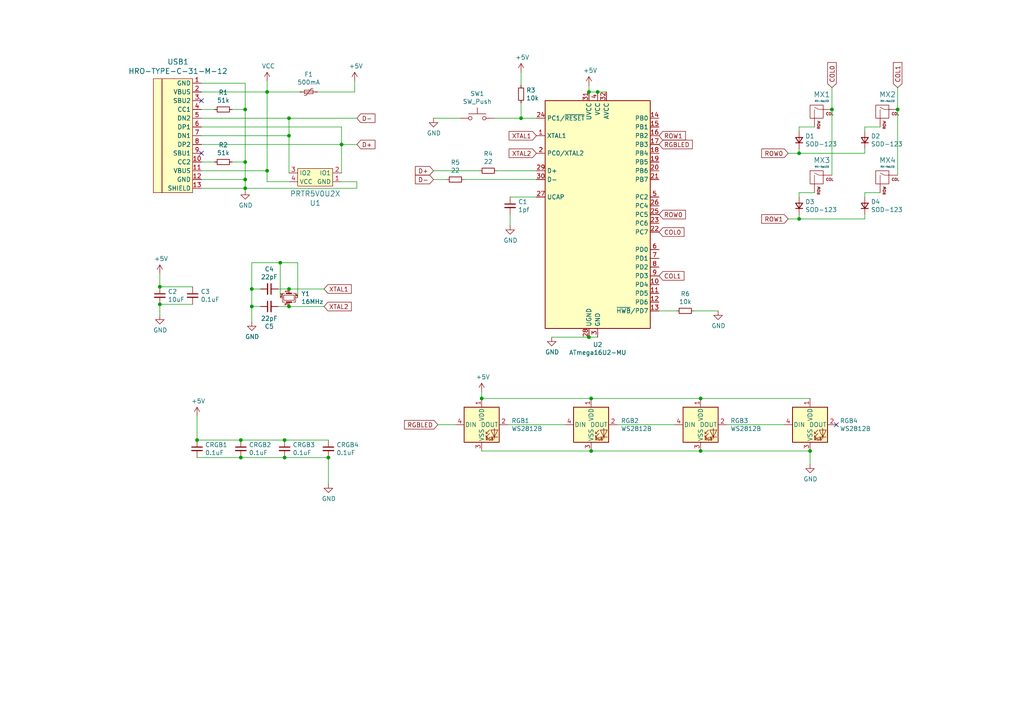
<source format=kicad_sch>
(kicad_sch (version 20200512) (host eeschema "(5.99.0-1822-g1792479ca)")
  (page 1 1)
  (paper "A4")
  (title_block (title "Pico04") (date "2020-06-21") (rev "v1") (comment 1 "License Information: https://opensource.org/licenses/MIT") (comment 2 "License: MIT") (comment 3 "Author: Humphrey Kwok") (comment 4 "A 4% RGB hotsawppable cherry-mx keypad"))
  (lib_symbols
    (symbol "Device:C_Small" (pin_numbers hide) (pin_names (offset 0.254) hide)
      (property "Reference" "C" (at 0.254 1.778 0))
      (property "Value" "C_Small" (at 0.254 -2.032 0))
      (symbol "C_Small_0_1"
        (polyline (pts (xy -1.524 -0.508) (xy 1.524 -0.508)) (stroke (width 0.3302)))
        (polyline (pts (xy -1.524 0.508) (xy 1.524 0.508)) (stroke (width 0.3048)))
      )
      (symbol "C_Small_1_1"
        (pin passive line (at 0 2.54 270) (length 2.032) (name "~") (number "1"))
        (pin passive line (at 0 -2.54 90) (length 2.032) (name "~") (number "2"))
      )
    )
    (symbol "Device:C_Small_1" (pin_numbers hide) (pin_names (offset 0.254) hide)
      (property "Reference" "C" (at 0.254 1.778 0))
      (property "Value" "C_Small" (at 0.254 -2.032 0))
      (symbol "C_Small_1_0_1"
        (polyline (pts (xy -1.524 -0.508) (xy 1.524 -0.508)) (stroke (width 0.3302)))
        (polyline (pts (xy -1.524 0.508) (xy 1.524 0.508)) (stroke (width 0.3048)))
      )
      (symbol "C_Small_1_1_1"
        (pin passive line (at 0 2.54 270) (length 2.032) (name "~") (number "1"))
        (pin passive line (at 0 -2.54 90) (length 2.032) (name "~") (number "2"))
      )
    )
    (symbol "Device:Crystal_GND24_Small" (pin_names hide)
      (property "Reference" "Y" (at 1.27 4.445 0))
      (property "Value" "Crystal_GND24_Small" (at 1.27 2.54 0))
      (symbol "Crystal_GND24_Small_0_1"
        (rectangle (start -0.762 -1.524) (end 0.762 1.524))
        (polyline (pts (xy -1.27 -0.762) (xy -1.27 0.762)) (stroke (width 0.381)))
        (polyline (pts (xy 1.27 -0.762) (xy 1.27 0.762)) (stroke (width 0.381)))
        (polyline (pts (xy -1.27 -1.27) (xy -1.27 -1.905) (xy 1.27 -1.905) (xy 1.27 -1.27)))
        (polyline (pts (xy -1.27 1.27) (xy -1.27 1.905) (xy 1.27 1.905) (xy 1.27 1.27)))
      )
      (symbol "Crystal_GND24_Small_1_1"
        (pin passive line (at -2.54 0 0) (length 1.27) (name "1") (number "1"))
        (pin passive line (at 0 -2.54 90) (length 0.635) (name "2") (number "2"))
        (pin passive line (at 2.54 0 180) (length 1.27) (name "3") (number "3"))
        (pin passive line (at 0 2.54 270) (length 0.635) (name "4") (number "4"))
      )
    )
    (symbol "Device:D_Small" (pin_numbers hide) (pin_names (offset 0.254) hide)
      (property "Reference" "D" (at -1.27 2.032 0))
      (property "Value" "D_Small" (at -3.81 -2.032 0))
      (symbol "D_Small_0_1"
        (polyline (pts (xy -0.762 -1.016) (xy -0.762 1.016)) (stroke (width 0.254)))
        (polyline (pts (xy -0.762 0) (xy 0.762 0)))
        (polyline (pts (xy 0.762 -1.016) (xy -0.762 0) (xy 0.762 1.016) (xy 0.762 -1.016)) (stroke (width 0.254)))
      )
      (symbol "D_Small_1_1"
        (pin passive line (at -2.54 0 0) (length 1.778) (name "K") (number "1"))
        (pin passive line (at 2.54 0 180) (length 1.778) (name "A") (number "2"))
      )
    )
    (symbol "Device:Polyfuse_Small" (pin_numbers hide) (pin_names (offset 0))
      (property "Reference" "F" (at -1.905 0 90))
      (property "Value" "Polyfuse_Small" (at 1.905 0 90))
      (symbol "Polyfuse_Small_0_1"
        (rectangle (start -0.508 1.27) (end 0.508 -1.27))
        (polyline (pts (xy 0 2.54) (xy 0 -2.54)))
        (polyline (pts (xy -1.016 1.27) (xy -1.016 0.762) (xy 1.016 -0.762) (xy 1.016 -1.27)))
      )
      (symbol "Polyfuse_Small_1_1"
        (pin passive line (at 0 2.54 270) (length 0.635) (name "~") (number "1"))
        (pin passive line (at 0 -2.54 90) (length 0.635) (name "~") (number "2"))
      )
    )
    (symbol "Device:R_Small" (pin_numbers hide) (pin_names (offset 0.254) hide)
      (property "Reference" "R" (at 0.762 0.508 0))
      (property "Value" "R_Small" (at 0.762 -1.016 0))
      (symbol "R_Small_0_1"
        (rectangle (start -0.762 1.778) (end 0.762 -1.778) (stroke (width 0.2032)))
      )
      (symbol "R_Small_1_1"
        (pin passive line (at 0 2.54 270) (length 0.762) (name "~") (number "1"))
        (pin passive line (at 0 -2.54 90) (length 0.762) (name "~") (number "2"))
      )
    )
    (symbol "LED:WS2812B" (pin_names (offset 0.254))
      (property "Reference" "D" (at 5.08 5.715 0))
      (property "Value" "WS2812B" (at 1.27 -5.715 0))
      (symbol "WS2812B_0_0"
        (text "RGB" (at 2.286 -4.191 0) (effects (font (size 0.762 0.762))))
      )
      (symbol "WS2812B_0_1"
        (rectangle (start 5.08 5.08) (end -5.08 -5.08) (stroke (width 0.254)) (fill (type background)))
        (polyline (pts (xy 1.27 -3.556) (xy 1.778 -3.556)))
        (polyline (pts (xy 1.27 -2.54) (xy 1.778 -2.54)))
        (polyline (pts (xy 4.699 -3.556) (xy 2.667 -3.556)))
        (polyline (pts (xy 2.286 -2.54) (xy 1.27 -3.556) (xy 1.27 -3.048)))
        (polyline (pts (xy 2.286 -1.524) (xy 1.27 -2.54) (xy 1.27 -2.032)))
        (polyline (pts (xy 3.683 -1.016) (xy 3.683 -3.556) (xy 3.683 -4.064)))
        (polyline (pts (xy 4.699 -1.524) (xy 2.667 -1.524) (xy 3.683 -3.556) (xy 4.699 -1.524)))
      )
      (symbol "WS2812B_1_1"
        (pin power_in line (at 0 7.62 270) (length 2.54) (name "VDD") (number "1"))
        (pin output line (at 7.62 0 180) (length 2.54) (name "DOUT") (number "2"))
        (pin power_in line (at 0 -7.62 90) (length 2.54) (name "VSS") (number "3"))
        (pin input line (at -7.62 0 0) (length 2.54) (name "DIN") (number "4"))
      )
    )
    (symbol "MCU_Microchip_ATmega:ATmega16U2-MU" (pin_names (offset 0.508))
      (property "Reference" "U" (at -15.24 34.29 0))
      (property "Value" "ATmega16U2-MU" (at 2.54 -34.29 0))
      (symbol "ATmega16U2-MU_0_1"
        (rectangle (start -15.24 -33.02) (end 15.24 33.02) (stroke (width 0.254)) (fill (type background)))
      )
      (symbol "ATmega16U2-MU_1_1"
        (pin input line (at -17.78 22.86 0) (length 2.54) (name "XTAL1") (number "1"))
        (pin bidirectional line (at 17.78 -20.32 180) (length 2.54) (name "PD4") (number "10"))
        (pin bidirectional line (at 17.78 -22.86 180) (length 2.54) (name "PD5") (number "11"))
        (pin bidirectional line (at 17.78 -25.4 180) (length 2.54) (name "PD6") (number "12"))
        (pin bidirectional line (at 17.78 -27.94 180) (length 2.54) (name "~HWB~/PD7") (number "13"))
        (pin bidirectional line (at 17.78 27.94 180) (length 2.54) (name "PB0") (number "14"))
        (pin bidirectional line (at 17.78 25.4 180) (length 2.54) (name "PB1") (number "15"))
        (pin bidirectional line (at 17.78 22.86 180) (length 2.54) (name "PB2") (number "16"))
        (pin bidirectional line (at 17.78 20.32 180) (length 2.54) (name "PB3") (number "17"))
        (pin bidirectional line (at 17.78 17.78 180) (length 2.54) (name "PB4") (number "18"))
        (pin bidirectional line (at 17.78 15.24 180) (length 2.54) (name "PB5") (number "19"))
        (pin bidirectional line (at -17.78 17.78 0) (length 2.54) (name "PC0/XTAL2") (number "2"))
        (pin bidirectional line (at 17.78 12.7 180) (length 2.54) (name "PB6") (number "20"))
        (pin bidirectional line (at 17.78 10.16 180) (length 2.54) (name "PB7") (number "21"))
        (pin bidirectional line (at 17.78 -5.08 180) (length 2.54) (name "PC7") (number "22"))
        (pin bidirectional line (at 17.78 -2.54 180) (length 2.54) (name "PC6") (number "23"))
        (pin bidirectional line (at -17.78 27.94 0) (length 2.54) (name "PC1/~RESET") (number "24"))
        (pin bidirectional line (at 17.78 0 180) (length 2.54) (name "PC5") (number "25"))
        (pin bidirectional line (at 17.78 2.54 180) (length 2.54) (name "PC4") (number "26"))
        (pin passive line (at -17.78 5.08 0) (length 2.54) (name "UCAP") (number "27"))
        (pin power_in line (at -2.54 -35.56 90) (length 2.54) (name "UGND") (number "28"))
        (pin bidirectional line (at -17.78 12.7 0) (length 2.54) (name "D+") (number "29"))
        (pin power_in line (at 0 -35.56 90) (length 2.54) (name "GND") (number "3"))
        (pin bidirectional line (at -17.78 10.16 0) (length 2.54) (name "D-") (number "30"))
        (pin power_in line (at -2.54 35.56 270) (length 2.54) (name "UVCC") (number "31"))
        (pin power_in line (at 2.54 35.56 270) (length 2.54) (name "AVCC") (number "32"))
        (pin passive line (at 0 -35.56 90) (length 2.54) hide (name "GND") (number "33"))
        (pin power_in line (at 0 35.56 270) (length 2.54) (name "VCC") (number "4"))
        (pin bidirectional line (at 17.78 5.08 180) (length 2.54) (name "PC2") (number "5"))
        (pin bidirectional line (at 17.78 -10.16 180) (length 2.54) (name "PD0") (number "6"))
        (pin bidirectional line (at 17.78 -12.7 180) (length 2.54) (name "PD1") (number "7"))
        (pin bidirectional line (at 17.78 -15.24 180) (length 2.54) (name "PD2") (number "8"))
        (pin bidirectional line (at 17.78 -17.78 180) (length 2.54) (name "PD3") (number "9"))
      )
    )
    (symbol "MX_Alps_Hybrid:MX-NoLED"
      (property "Reference" "MX" (at -0.635 3.81 0))
      (property "Value" "MX-NoLED" (at -0.635 1.27 0))
      (symbol "MX-NoLED_0_0"
        (text "COL" (at 3.175 0 0) (effects (font (size 0.762 0.762))))
        (text "ROW" (at 0 -1.905 900) (effects (font (size 0.762 0.762)) (justify right)))
        (rectangle (start -2.54 2.54) (end 1.27 -1.27))
        (polyline (pts (xy -1.27 -1.27) (xy -1.27 1.27)) (stroke (width 0.127)))
        (polyline (pts (xy 1.27 1.27) (xy 0 1.27) (xy -1.27 1.905)) (stroke (width 0.127)))
      )
      (symbol "MX-NoLED_1_1"
        (pin passive line (at 3.81 1.27 180) (length 2.54) (name "COL") (number "1"))
        (pin passive line (at -1.27 -3.81 90) (length 2.54) (name "ROW") (number "2"))
      )
    )
    (symbol "Random-keyboard-parts:PRTR5V0U2X"
      (property "Reference" "U" (at 0 3.81 0))
      (property "Value" "PRTR5V0U2X" (at 0 -3.81 0))
      (symbol "PRTR5V0U2X_0_1"
        (rectangle (start -5.08 2.54) (end 5.08 -2.54) (fill (type background)))
      )
      (symbol "PRTR5V0U2X_1_1"
        (pin input line (at -7.62 1.27 0) (length 2.54) (name "GND") (number "1"))
        (pin input line (at -7.62 -1.27 0) (length 2.54) (name "IO1") (number "2"))
        (pin input line (at 7.62 -1.27 180) (length 2.54) (name "IO2") (number "3"))
        (pin input line (at 7.62 1.27 180) (length 2.54) (name "VCC") (number "4"))
      )
    )
    (symbol "Switch:SW_Push" (pin_numbers hide) (pin_names hide)
      (property "Reference" "SW" (at 1.27 2.54 0))
      (property "Value" "SW_Push" (at 0 -1.524 0))
      (symbol "SW_Push_0_1"
        (circle (center -2.032 0) (radius 0.508))
        (circle (center 2.032 0) (radius 0.508))
        (polyline (pts (xy 0 1.27) (xy 0 3.048)))
        (polyline (pts (xy 2.54 1.27) (xy -2.54 1.27)))
        (pin passive line (at -5.08 0 0) (length 2.54) (name "1") (number "1"))
        (pin passive line (at 5.08 0 180) (length 2.54) (name "2") (number "2"))
      )
    )
    (symbol "Type-C:HRO-TYPE-C-31-M-12"
      (property "Reference" "USB" (at -5.08 16.51 0))
      (property "Value" "HRO-TYPE-C-31-M-12" (at -10.16 -1.27 90))
      (symbol "HRO-TYPE-C-31-M-12_0_1"
        (rectangle (start -11.43 15.24) (end -8.89 -17.78) (fill (type background)))
        (rectangle (start 0 -17.78) (end -8.89 15.24) (fill (type background)))
      )
      (symbol "HRO-TYPE-C-31-M-12_1_1"
        (pin input line (at 2.54 13.97 180) (length 2.54) (name "GND") (number "1"))
        (pin input line (at 2.54 11.43 180) (length 2.54) (name "VBUS") (number "2"))
        (pin input line (at 2.54 8.89 180) (length 2.54) (name "SBU2") (number "3"))
        (pin input line (at 2.54 6.35 180) (length 2.54) (name "CC1") (number "4"))
        (pin input line (at 2.54 3.81 180) (length 2.54) (name "DN2") (number "5"))
        (pin input line (at 2.54 1.27 180) (length 2.54) (name "DP1") (number "6"))
        (pin input line (at 2.54 -1.27 180) (length 2.54) (name "DN1") (number "7"))
        (pin input line (at 2.54 -3.81 180) (length 2.54) (name "DP2") (number "8"))
        (pin input line (at 2.54 -6.35 180) (length 2.54) (name "SBU1") (number "9"))
        (pin input line (at 2.54 -8.89 180) (length 2.54) (name "CC2") (number "10"))
        (pin input line (at 2.54 -11.43 180) (length 2.54) (name "VBUS") (number "11"))
        (pin input line (at 2.54 -13.97 180) (length 2.54) (name "GND") (number "12"))
        (pin input line (at 2.54 -16.51 180) (length 2.54) (name "SHIELD") (number "13"))
      )
    )
    (symbol "power:+5V" (power) (pin_names (offset 0))
      (property "Value" "+5V" (at 0 3.556 0))
      (symbol "+5V_0_1"
        (polyline (pts (xy -0.762 1.27) (xy 0 2.54)))
        (polyline (pts (xy 0 0) (xy 0 2.54)))
        (polyline (pts (xy 0 2.54) (xy 0.762 1.27)))
      )
      (symbol "+5V_1_1"
        (pin power_in line (at 0 0 90) (length 0) hide (name "+5V") (number "1"))
      )
    )
    (symbol "power:GND" (power) (pin_names (offset 0))
      (property "Value" "GND" (at 0 -3.81 0))
      (symbol "GND_0_1"
        (polyline (pts (xy 0 0) (xy 0 -1.27) (xy 1.27 -1.27) (xy 0 -2.54) (xy -1.27 -1.27) (xy 0 -1.27)))
      )
      (symbol "GND_1_1"
        (pin power_in line (at 0 0 270) (length 0) hide (name "GND") (number "1"))
      )
    )
    (symbol "power:VCC" (power) (pin_names (offset 0))
      (property "Value" "VCC" (at 0 3.81 0))
      (symbol "VCC_0_1"
        (polyline (pts (xy -0.762 1.27) (xy 0 2.54)))
        (polyline (pts (xy 0 0) (xy 0 2.54)))
        (polyline (pts (xy 0 2.54) (xy 0.762 1.27)))
      )
      (symbol "VCC_1_1"
        (pin power_in line (at 0 0 90) (length 0) hide (name "VCC") (number "1"))
      )
    )
  )
  (junction (at 46.355 83.185))
  (junction (at 46.355 88.265))
  (junction (at 57.15 127.635))
  (junction (at 69.85 127.635))
  (junction (at 69.85 132.715))
  (junction (at 71.12 31.75))
  (junction (at 71.12 46.99))
  (junction (at 71.12 52.07))
  (junction (at 71.12 54.61))
  (junction (at 73.025 83.82))
  (junction (at 73.025 88.9))
  (junction (at 77.47 26.67))
  (junction (at 77.47 49.53))
  (junction (at 81.28 76.2))
  (junction (at 82.55 127.635))
  (junction (at 82.55 132.715))
  (junction (at 83.82 34.29))
  (junction (at 83.82 39.37))
  (junction (at 83.82 83.82))
  (junction (at 83.82 88.9))
  (junction (at 95.25 132.715))
  (junction (at 99.06 41.91))
  (junction (at 139.7 115.57))
  (junction (at 151.13 34.29))
  (junction (at 170.815 26.67))
  (junction (at 170.815 97.79))
  (junction (at 171.45 115.57))
  (junction (at 171.45 130.81))
  (junction (at 173.355 26.67))
  (junction (at 203.2 115.57))
  (junction (at 203.2 130.81))
  (junction (at 231.775 44.45))
  (junction (at 231.775 63.5))
  (junction (at 234.95 130.81))
  (junction (at 241.3 31.75))
  (junction (at 260.35 31.75))
  (no_connect (at 242.57 123.19))
  (no_connect (at 58.42 44.45))
  (no_connect (at 58.42 29.21))
  (wire (pts (xy 46.355 79.375) (xy 46.355 83.185)))
  (wire (pts (xy 46.355 83.185) (xy 55.88 83.185)))
  (wire (pts (xy 46.355 88.265) (xy 46.355 91.44)))
  (wire (pts (xy 46.355 88.265) (xy 55.88 88.265)))
  (wire (pts (xy 57.15 120.65) (xy 57.15 127.635)))
  (wire (pts (xy 57.15 127.635) (xy 69.85 127.635)))
  (wire (pts (xy 58.42 24.13) (xy 71.12 24.13)))
  (wire (pts (xy 58.42 26.67) (xy 77.47 26.67)))
  (wire (pts (xy 58.42 31.75) (xy 62.23 31.75)))
  (wire (pts (xy 58.42 34.29) (xy 83.82 34.29)))
  (wire (pts (xy 58.42 36.83) (xy 99.06 36.83)))
  (wire (pts (xy 58.42 39.37) (xy 83.82 39.37)))
  (wire (pts (xy 58.42 41.91) (xy 99.06 41.91)))
  (wire (pts (xy 58.42 46.99) (xy 62.23 46.99)))
  (wire (pts (xy 58.42 49.53) (xy 77.47 49.53)))
  (wire (pts (xy 58.42 52.07) (xy 71.12 52.07)))
  (wire (pts (xy 58.42 54.61) (xy 71.12 54.61)))
  (wire (pts (xy 67.31 31.75) (xy 71.12 31.75)))
  (wire (pts (xy 67.31 46.99) (xy 71.12 46.99)))
  (wire (pts (xy 69.85 127.635) (xy 82.55 127.635)))
  (wire (pts (xy 69.85 132.715) (xy 57.15 132.715)))
  (wire (pts (xy 71.12 24.13) (xy 71.12 31.75)))
  (wire (pts (xy 71.12 31.75) (xy 71.12 46.99)))
  (wire (pts (xy 71.12 46.99) (xy 71.12 52.07)))
  (wire (pts (xy 71.12 52.07) (xy 71.12 54.61)))
  (wire (pts (xy 71.12 54.61) (xy 71.12 55.245)))
  (wire (pts (xy 71.12 54.61) (xy 103.505 54.61)))
  (wire (pts (xy 73.025 76.2) (xy 73.025 83.82)))
  (wire (pts (xy 73.025 83.82) (xy 73.025 88.9)))
  (wire (pts (xy 73.025 88.9) (xy 73.025 93.345)))
  (wire (pts (xy 75.565 83.82) (xy 73.025 83.82)))
  (wire (pts (xy 75.565 88.9) (xy 73.025 88.9)))
  (wire (pts (xy 77.47 23.495) (xy 77.47 26.67)))
  (wire (pts (xy 77.47 26.67) (xy 77.47 49.53)))
  (wire (pts (xy 77.47 26.67) (xy 86.995 26.67)))
  (wire (pts (xy 77.47 49.53) (xy 77.47 52.705)))
  (wire (pts (xy 77.47 52.705) (xy 83.82 52.705)))
  (wire (pts (xy 81.28 76.2) (xy 73.025 76.2)))
  (wire (pts (xy 81.28 76.2) (xy 81.28 86.36)))
  (wire (pts (xy 82.55 127.635) (xy 95.25 127.635)))
  (wire (pts (xy 82.55 132.715) (xy 69.85 132.715)))
  (wire (pts (xy 83.82 34.29) (xy 83.82 39.37)))
  (wire (pts (xy 83.82 34.29) (xy 103.505 34.29)))
  (wire (pts (xy 83.82 39.37) (xy 83.82 50.165)))
  (wire (pts (xy 83.82 83.82) (xy 80.645 83.82)))
  (wire (pts (xy 83.82 83.82) (xy 93.98 83.82)))
  (wire (pts (xy 83.82 88.9) (xy 80.645 88.9)))
  (wire (pts (xy 83.82 88.9) (xy 93.98 88.9)))
  (wire (pts (xy 86.36 76.2) (xy 81.28 76.2)))
  (wire (pts (xy 86.36 86.36) (xy 86.36 76.2)))
  (wire (pts (xy 92.075 26.67) (xy 102.87 26.67)))
  (wire (pts (xy 95.25 132.715) (xy 82.55 132.715)))
  (wire (pts (xy 95.25 132.715) (xy 95.25 140.335)))
  (wire (pts (xy 99.06 36.83) (xy 99.06 41.91)))
  (wire (pts (xy 99.06 41.91) (xy 99.06 50.165)))
  (wire (pts (xy 99.06 41.91) (xy 103.505 41.91)))
  (wire (pts (xy 99.06 52.705) (xy 103.505 52.705)))
  (wire (pts (xy 102.87 26.67) (xy 102.87 23.495)))
  (wire (pts (xy 103.505 54.61) (xy 103.505 52.705)))
  (wire (pts (xy 125.73 34.29) (xy 133.35 34.29)))
  (wire (pts (xy 125.73 49.53) (xy 139.065 49.53)))
  (wire (pts (xy 125.73 52.07) (xy 129.54 52.07)))
  (wire (pts (xy 127 123.19) (xy 132.08 123.19)))
  (wire (pts (xy 134.62 52.07) (xy 155.575 52.07)))
  (wire (pts (xy 139.7 113.665) (xy 139.7 115.57)))
  (wire (pts (xy 139.7 115.57) (xy 171.45 115.57)))
  (wire (pts (xy 139.7 130.81) (xy 171.45 130.81)))
  (wire (pts (xy 143.51 34.29) (xy 151.13 34.29)))
  (wire (pts (xy 144.145 49.53) (xy 155.575 49.53)))
  (wire (pts (xy 147.32 123.19) (xy 163.83 123.19)))
  (wire (pts (xy 147.955 57.15) (xy 155.575 57.15)))
  (wire (pts (xy 147.955 62.23) (xy 147.955 65.405)))
  (wire (pts (xy 151.13 20.955) (xy 151.13 24.765)))
  (wire (pts (xy 151.13 29.845) (xy 151.13 34.29)))
  (wire (pts (xy 151.13 34.29) (xy 155.575 34.29)))
  (wire (pts (xy 160.02 97.79) (xy 170.815 97.79)))
  (wire (pts (xy 170.815 24.765) (xy 170.815 26.67)))
  (wire (pts (xy 170.815 26.67) (xy 173.355 26.67)))
  (wire (pts (xy 170.815 97.79) (xy 173.355 97.79)))
  (wire (pts (xy 171.45 115.57) (xy 203.2 115.57)))
  (wire (pts (xy 171.45 130.81) (xy 203.2 130.81)))
  (wire (pts (xy 173.355 26.67) (xy 175.895 26.67)))
  (wire (pts (xy 179.07 123.19) (xy 195.58 123.19)))
  (wire (pts (xy 191.135 90.17) (xy 196.215 90.17)))
  (wire (pts (xy 201.295 90.17) (xy 208.28 90.17)))
  (wire (pts (xy 203.2 115.57) (xy 234.95 115.57)))
  (wire (pts (xy 203.2 130.81) (xy 234.95 130.81)))
  (wire (pts (xy 210.82 123.19) (xy 227.33 123.19)))
  (wire (pts (xy 228.6 44.45) (xy 231.775 44.45)))
  (wire (pts (xy 228.6 63.5) (xy 231.775 63.5)))
  (wire (pts (xy 231.775 36.83) (xy 236.22 36.83)))
  (wire (pts (xy 231.775 38.1) (xy 231.775 36.83)))
  (wire (pts (xy 231.775 44.45) (xy 231.775 43.18)))
  (wire (pts (xy 231.775 44.45) (xy 250.825 44.45)))
  (wire (pts (xy 231.775 55.88) (xy 236.22 55.88)))
  (wire (pts (xy 231.775 57.15) (xy 231.775 55.88)))
  (wire (pts (xy 231.775 63.5) (xy 231.775 62.23)))
  (wire (pts (xy 231.775 63.5) (xy 250.825 63.5)))
  (wire (pts (xy 234.95 130.81) (xy 234.95 134.62)))
  (wire (pts (xy 241.3 25.4) (xy 241.3 31.75)))
  (wire (pts (xy 241.3 31.75) (xy 241.3 50.8)))
  (wire (pts (xy 250.825 36.83) (xy 255.27 36.83)))
  (wire (pts (xy 250.825 38.1) (xy 250.825 36.83)))
  (wire (pts (xy 250.825 44.45) (xy 250.825 43.18)))
  (wire (pts (xy 250.825 55.88) (xy 255.27 55.88)))
  (wire (pts (xy 250.825 57.15) (xy 250.825 55.88)))
  (wire (pts (xy 250.825 63.5) (xy 250.825 62.23)))
  (wire (pts (xy 260.35 25.4) (xy 260.35 31.75)))
  (wire (pts (xy 260.35 31.75) (xy 260.35 50.8)))
  (global_label "XTAL1" (shape input) (at 93.98 83.82 0))
  (global_label "XTAL2" (shape input) (at 93.98 88.9 0))
  (global_label "D-" (shape input) (at 103.505 34.29 0))
  (global_label "D+" (shape input) (at 103.505 41.91 0))
  (global_label "D+" (shape input) (at 125.73 49.53 180))
  (global_label "D-" (shape input) (at 125.73 52.07 180))
  (global_label "RGBLED" (shape input) (at 127 123.19 180))
  (global_label "XTAL1" (shape input) (at 155.575 39.37 180))
  (global_label "XTAL2" (shape input) (at 155.575 44.45 180))
  (global_label "ROW1" (shape input) (at 191.135 39.37 0))
  (global_label "RGBLED" (shape input) (at 191.135 41.91 0))
  (global_label "ROW0" (shape input) (at 191.135 62.23 0))
  (global_label "COL0" (shape input) (at 191.135 67.31 0))
  (global_label "COL1" (shape input) (at 191.135 80.01 0))
  (global_label "ROW0" (shape input) (at 228.6 44.45 180))
  (global_label "ROW1" (shape input) (at 228.6 63.5 180))
  (global_label "COL0" (shape input) (at 241.3 25.4 90))
  (global_label "COL1" (shape input) (at 260.35 25.4 90))
  (symbol (lib_id "power:+5V") (at 46.355 79.375 0) (unit 1)
    (property "Reference" "#PWR0106" (effects hide))
    (property "Value" "+5V" (at 46.7233 75.0506 0))
  )
  (symbol (lib_id "power:+5V") (at 57.15 120.65 0) (unit 1)
    (property "Reference" "#PWR0104" (effects hide))
    (property "Value" "+5V" (at 57.5183 116.3256 0))
  )
  (symbol (lib_id "power:VCC") (at 77.47 23.495 0) (unit 1)
    (property "Reference" "#PWR0102" (effects hide))
    (property "Value" "VCC" (at 77.8383 19.1706 0))
  )
  (symbol (lib_id "power:+5V") (at 102.87 23.495 0) (unit 1)
    (property "Reference" "#PWR0108" (effects hide))
    (property "Value" "+5V" (at 103.2383 19.1706 0))
  )
  (symbol (lib_id "power:+5V") (at 139.7 113.665 0) (unit 1)
    (property "Reference" "#PWR0112" (effects hide))
    (property "Value" "+5V" (at 140.0683 109.3406 0))
  )
  (symbol (lib_id "power:+5V") (at 151.13 20.955 0) (unit 1)
    (property "Reference" "#PWR0111" (effects hide))
    (property "Value" "+5V" (at 151.4983 16.6306 0))
  )
  (symbol (lib_id "power:+5V") (at 170.815 24.765 0) (unit 1)
    (property "Reference" "#PWR0110" (effects hide))
    (property "Value" "+5V" (at 171.1833 20.4406 0))
  )
  (symbol (lib_id "power:GND") (at 46.355 91.44 0) (unit 1)
    (property "Reference" "#PWR0103" (effects hide))
    (property "Value" "GND" (at 46.4693 95.7644 0))
  )
  (symbol (lib_id "power:GND") (at 71.12 55.245 0) (unit 1)
    (property "Reference" "#PWR0101" (effects hide))
    (property "Value" "GND" (at 71.2343 59.5694 0))
  )
  (symbol (lib_id "power:GND") (at 73.025 93.345 0) (unit 1)
    (property "Reference" "#PWR0105" (effects hide))
    (property "Value" "GND" (at 73.1393 97.6694 0))
  )
  (symbol (lib_id "power:GND") (at 95.25 140.335 0) (unit 1)
    (property "Reference" "#PWR0107" (effects hide))
    (property "Value" "GND" (at 95.3643 144.6594 0))
  )
  (symbol (lib_id "power:GND") (at 125.73 34.29 0) (unit 1)
    (property "Reference" "#PWR0109" (effects hide))
    (property "Value" "GND" (at 125.8443 38.6144 0))
  )
  (symbol (lib_id "power:GND") (at 147.955 65.405 0) (unit 1)
    (property "Reference" "#PWR0113" (effects hide))
    (property "Value" "GND" (at 148.0693 69.7294 0))
  )
  (symbol (lib_id "power:GND") (at 160.02 97.79 0) (unit 1)
    (property "Reference" "#PWR0114" (effects hide))
    (property "Value" "GND" (at 160.1343 102.1144 0))
  )
  (symbol (lib_id "power:GND") (at 208.28 90.17 0) (unit 1)
    (property "Reference" "#PWR0115" (effects hide))
    (property "Value" "GND" (at 208.3943 94.4944 0))
  )
  (symbol (lib_id "power:GND") (at 234.95 134.62 0) (unit 1)
    (property "Reference" "#PWR0116" (effects hide))
    (property "Value" "GND" (at 235.0643 138.9444 0))
  )
  (symbol (lib_id "Device:R_Small") (at 64.77 31.75 270) (unit 1)
    (property "Reference" "R1" (at 64.77 26.803 90))
    (property "Value" "51k" (at 64.77 29.102 90))
    (property "Footprint" "Resistor_SMD:R_0805_2012Metric" (effects hide))
  )
  (symbol (lib_id "Device:R_Small") (at 64.77 46.99 270) (unit 1)
    (property "Reference" "R2" (at 64.77 42.043 90))
    (property "Value" "51k" (at 64.77 44.342 90))
    (property "Footprint" "Resistor_SMD:R_0805_2012Metric" (effects hide))
  )
  (symbol (lib_id "Device:R_Small") (at 132.08 52.07 90) (unit 1)
    (property "Reference" "R5" (at 132.08 47.1232 90))
    (property "Value" "22" (at 132.08 49.422 90))
    (property "Footprint" "Resistor_SMD:R_0805_2012Metric" (effects hide))
  )
  (symbol (lib_id "Device:R_Small") (at 141.605 49.53 90) (unit 1)
    (property "Reference" "R4" (at 141.605 44.5832 90))
    (property "Value" "22" (at 141.605 46.882 90))
    (property "Footprint" "Resistor_SMD:R_0805_2012Metric" (effects hide))
  )
  (symbol (lib_id "Device:R_Small") (at 151.13 27.305 0) (unit 1)
    (property "Reference" "R3" (at 152.629 26.156 0) (effects (justify left)))
    (property "Value" "10k" (at 152.629 28.454 0) (effects (justify left)))
    (property "Footprint" "Resistor_SMD:R_0805_2012Metric" (effects hide))
  )
  (symbol (lib_id "Device:R_Small") (at 198.755 90.17 90) (unit 1)
    (property "Reference" "R6" (at 198.755 85.2232 90))
    (property "Value" "10k" (at 198.755 87.522 90))
    (property "Footprint" "Resistor_SMD:R_0805_2012Metric" (effects hide))
  )
  (symbol (lib_id "Device:Polyfuse_Small") (at 89.535 26.67 90) (unit 1)
    (property "Reference" "F1" (at 89.535 21.5708 90))
    (property "Value" "500mA" (at 89.535 23.87 90))
    (property "Footprint" "Fuse:Fuse_1206_3216Metric" (effects hide))
  )
  (symbol (lib_id "Device:D_Small") (at 231.775 40.64 90) (unit 1)
    (property "Reference" "D1" (at 233.553 39.491 90) (effects (justify right)))
    (property "Value" "SOD-123" (at 233.553 41.789 90) (effects (justify right)))
    (property "Footprint" "Diode_SMD:D_SOD-123" (effects hide))
  )
  (symbol (lib_id "Device:D_Small") (at 231.775 59.69 90) (unit 1)
    (property "Reference" "D3" (at 233.553 58.541 90) (effects (justify right)))
    (property "Value" "SOD-123" (at 233.553 60.839 90) (effects (justify right)))
    (property "Footprint" "Diode_SMD:D_SOD-123" (effects hide))
  )
  (symbol (lib_id "Device:D_Small") (at 250.825 40.64 90) (unit 1)
    (property "Reference" "D2" (at 252.603 39.491 90) (effects (justify right)))
    (property "Value" "SOD-123" (at 252.603 41.789 90) (effects (justify right)))
    (property "Footprint" "Diode_SMD:D_SOD-123" (effects hide))
  )
  (symbol (lib_id "Device:D_Small") (at 250.825 59.69 90) (unit 1)
    (property "Reference" "D4" (at 252.603 58.541 90) (effects (justify right)))
    (property "Value" "SOD-123" (at 252.603 60.839 90) (effects (justify right)))
    (property "Footprint" "Diode_SMD:D_SOD-123" (effects hide))
  )
  (symbol (lib_id "Device:C_Small") (at 46.355 85.725 0) (unit 1)
    (property "Reference" "C2" (at 48.679 84.576 0) (effects (justify left)))
    (property "Value" "10uF" (at 48.679 86.874 0) (effects (justify left)))
    (property "Footprint" "Capacitor_SMD:C_0805_2012Metric" (effects hide))
  )
  (symbol (lib_id "Device:C_Small") (at 55.88 85.725 0) (unit 1)
    (property "Reference" "C3" (at 58.204 84.576 0) (effects (justify left)))
    (property "Value" "0.1uF" (at 58.204 86.874 0) (effects (justify left)))
    (property "Footprint" "Capacitor_SMD:C_0805_2012Metric" (effects hide))
  )
  (symbol (lib_name "Device:C_Small_1") (lib_id "Device:C_Small") (at 57.15 130.175 0) (unit 1)
    (property "Reference" "CRGB1" (at 59.474 129.026 0) (effects (justify left)))
    (property "Value" "0.1uF" (at 59.474 131.324 0) (effects (justify left)))
    (property "Footprint" "Capacitor_SMD:C_0603_1608Metric" (effects hide))
  )
  (symbol (lib_name "Device:C_Small_1") (lib_id "Device:C_Small") (at 69.85 130.175 0) (unit 1)
    (property "Reference" "CRGB2" (at 72.174 129.026 0) (effects (justify left)))
    (property "Value" "0.1uF" (at 72.174 131.324 0) (effects (justify left)))
    (property "Footprint" "Capacitor_SMD:C_0603_1608Metric" (effects hide))
  )
  (symbol (lib_id "Device:C_Small") (at 78.105 83.82 270) (unit 1)
    (property "Reference" "C4" (at 78.105 78.048 90))
    (property "Value" "22pF" (at 78.105 80.346 90))
    (property "Footprint" "Capacitor_SMD:C_0805_2012Metric" (effects hide))
  )
  (symbol (lib_id "Device:C_Small") (at 78.105 88.9 90) (unit 1)
    (property "Reference" "C5" (at 78.105 94.6723 90))
    (property "Value" "22pF" (at 78.105 92.374 90))
    (property "Footprint" "Capacitor_SMD:C_0805_2012Metric" (effects hide))
  )
  (symbol (lib_name "Device:C_Small_1") (lib_id "Device:C_Small") (at 82.55 130.175 0) (unit 1)
    (property "Reference" "CRGB3" (at 84.874 129.026 0) (effects (justify left)))
    (property "Value" "0.1uF" (at 84.874 131.324 0) (effects (justify left)))
    (property "Footprint" "Capacitor_SMD:C_0603_1608Metric" (effects hide))
  )
  (symbol (lib_name "Device:C_Small_1") (lib_id "Device:C_Small") (at 95.25 130.175 0) (unit 1)
    (property "Reference" "CRGB4" (at 97.574 129.026 0) (effects (justify left)))
    (property "Value" "0.1uF" (at 97.574 131.324 0) (effects (justify left)))
    (property "Footprint" "Capacitor_SMD:C_0603_1608Metric" (effects hide))
  )
  (symbol (lib_id "Device:C_Small") (at 147.955 59.69 0) (unit 1)
    (property "Reference" "C1" (at 150.2792 58.5406 0) (effects (justify left)))
    (property "Value" "1pf" (at 150.279 60.839 0) (effects (justify left)))
    (property "Footprint" "Capacitor_SMD:C_0805_2012Metric" (effects hide))
  )
  (symbol (lib_id "Device:Crystal_GND24_Small") (at 83.82 86.36 270) (unit 1)
    (property "Reference" "Y1" (at 87.3761 85.2106 90) (effects (justify left)))
    (property "Value" "16MHz" (at 87.376 87.509 90) (effects (justify left)))
    (property "Footprint" "Crystal:Crystal_SMD_3225-4Pin_3.2x2.5mm" (effects hide))
  )
  (symbol (lib_id "Switch:SW_Push") (at 138.43 34.29 0) (unit 1)
    (property "Reference" "SW1" (at 138.43 27.1588 0))
    (property "Value" "SW_Push" (at 138.43 29.4575 0))
    (property "Footprint" "random-keyboard-parts.pretty:SKQGADE010" (effects hide))
  )
  (symbol (lib_id "MX_Alps_Hybrid:MX-NoLED") (at 237.49 33.02 0) (unit 1)
    (property "Reference" "MX1" (at 238.375 27.419 0) (effects (font (size 1.524 1.524))))
    (property "Value" "MX-NoLED" (at 238.3755 29.3089 0) (effects (font (size 0.508 0.508))))
    (property "Footprint" "Pico04:MXOnly-1U-Hotswap" (effects hide))
  )
  (symbol (lib_id "MX_Alps_Hybrid:MX-NoLED") (at 237.49 52.07 0) (unit 1)
    (property "Reference" "MX3" (at 238.375 46.469 0) (effects (font (size 1.524 1.524))))
    (property "Value" "MX-NoLED" (at 238.3755 48.3589 0) (effects (font (size 0.508 0.508))))
    (property "Footprint" "Pico04:MXOnly-1U-Hotswap" (effects hide))
  )
  (symbol (lib_id "MX_Alps_Hybrid:MX-NoLED") (at 256.54 33.02 0) (unit 1)
    (property "Reference" "MX2" (at 257.425 27.419 0) (effects (font (size 1.524 1.524))))
    (property "Value" "MX-NoLED" (at 257.4255 29.3089 0) (effects (font (size 0.508 0.508))))
    (property "Footprint" "Pico04:MXOnly-1U-Hotswap" (effects hide))
  )
  (symbol (lib_id "MX_Alps_Hybrid:MX-NoLED") (at 256.54 52.07 0) (unit 1)
    (property "Reference" "MX4" (at 257.425 46.469 0) (effects (font (size 1.524 1.524))))
    (property "Value" "MX-NoLED" (at 257.4255 48.3589 0) (effects (font (size 0.508 0.508))))
    (property "Footprint" "Pico04:MXOnly-1U-Hotswap" (effects hide))
  )
  (symbol (lib_id "Random-keyboard-parts:PRTR5V0U2X") (at 91.44 51.435 180) (unit 1)
    (property "Reference" "U1" (at 91.44 58.9001 0) (effects (font (size 1.524 1.524))))
    (property "Value" "PRTR5V0U2X" (at 91.44 56.1925 0) (effects (font (size 1.524 1.524))))
    (property "Footprint" "random-keyboard-parts.pretty:SOT143B" (effects hide))
  )
  (symbol (lib_id "LED:WS2812B") (at 139.7 123.19 0) (unit 1)
    (property "Reference" "RGB1" (at 148.336 122.041 0) (effects (justify left)))
    (property "Value" "WS2812B" (at 148.3361 124.3393 0) (effects (justify left)))
    (property "Footprint" "Pico04:WS2812B-3528" (effects hide))
    (property "Datasheet" "https://cdn-shop.adafruit.com/datasheets/WS2812B.pdf" (effects hide))
  )
  (symbol (lib_id "LED:WS2812B") (at 171.45 123.19 0) (unit 1)
    (property "Reference" "RGB2" (at 180.086 122.041 0) (effects (justify left)))
    (property "Value" "WS2812B" (at 180.0861 124.3393 0) (effects (justify left)))
    (property "Footprint" "Pico04:WS2812B-3528" (effects hide))
    (property "Datasheet" "https://cdn-shop.adafruit.com/datasheets/WS2812B.pdf" (effects hide))
  )
  (symbol (lib_id "LED:WS2812B") (at 203.2 123.19 0) (unit 1)
    (property "Reference" "RGB3" (at 211.836 122.041 0) (effects (justify left)))
    (property "Value" "WS2812B" (at 211.8361 124.3393 0) (effects (justify left)))
    (property "Footprint" "Pico04:WS2812B-3528" (effects hide))
    (property "Datasheet" "https://cdn-shop.adafruit.com/datasheets/WS2812B.pdf" (effects hide))
  )
  (symbol (lib_id "LED:WS2812B") (at 234.95 123.19 0) (unit 1)
    (property "Reference" "RGB4" (at 243.586 122.041 0) (effects (justify left)))
    (property "Value" "WS2812B" (at 243.5861 124.3393 0) (effects (justify left)))
    (property "Footprint" "Pico04:WS2812B-3528" (effects hide))
    (property "Datasheet" "https://cdn-shop.adafruit.com/datasheets/WS2812B.pdf" (effects hide))
  )
  (symbol (lib_id "Type-C:HRO-TYPE-C-31-M-12") (at 55.88 38.1 0) (unit 1)
    (property "Reference" "USB1" (at 51.6255 17.9349 0) (effects (font (size 1.524 1.524))))
    (property "Value" "HRO-TYPE-C-31-M-12" (at 51.6255 20.6425 0) (effects (font (size 1.524 1.524))))
    (property "Footprint" "Type-C:HRO-TYPE-C-31-M-12" (effects hide))
  )
  (symbol (lib_id "MCU_Microchip_ATmega:ATmega16U2-MU") (at 173.355 62.23 0) (unit 1)
    (property "Reference" "U2" (at 173.355 99.9554 0))
    (property "Value" "ATmega16U2-MU" (at 173.355 102.2541 0))
    (property "Footprint" "Package_DFN_QFN:QFN-32-1EP_5x5mm_P0.5mm_EP3.1x3.1mm" (effects hide))
    (property "Datasheet" "http://ww1.microchip.com/downloads/en/DeviceDoc/doc7799.pdf" (effects hide))
  )
)
</source>
